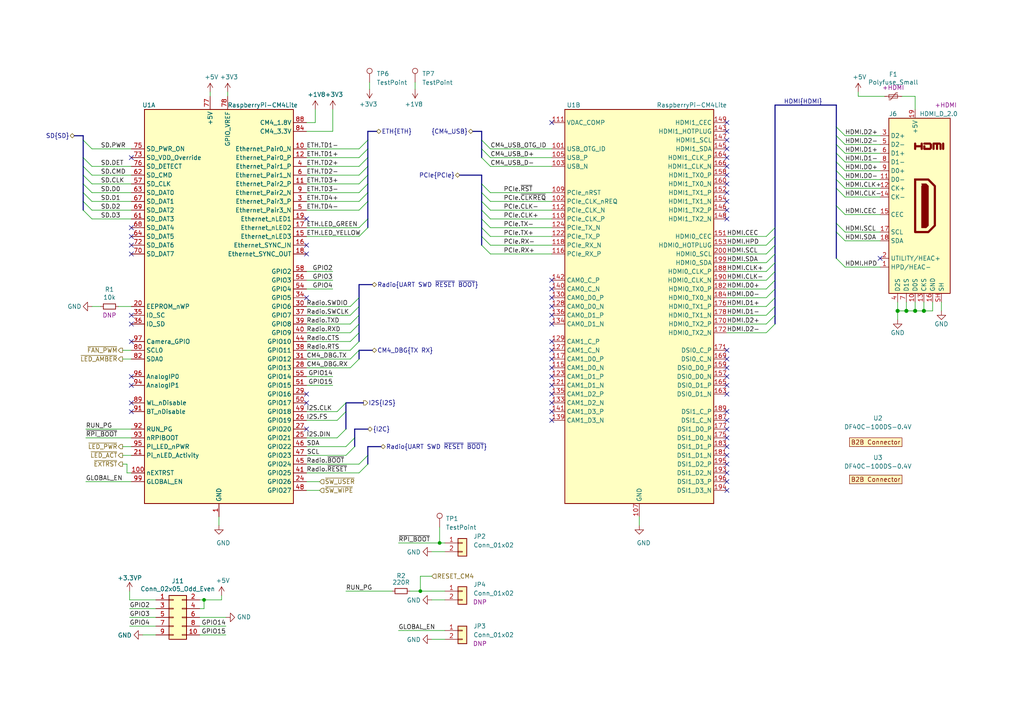
<source format=kicad_sch>
(kicad_sch (version 20211123) (generator eeschema)
  (paper "A4")
  (title_block (title "Compute Module 4") (date "2022-04-27") (rev "1.2b") (company "Nabu Casa") (comment 1 "www.nabucasa.com") (comment 2 "Yellow"))
  (bus_alias "PCIe" (members "~{RST}" "~{CLKREQ}" "CLK+" "CLK-" "TX+" "TX-" "RX+" "RX-"))
  (bus_alias "HDMI" (members "D0+" "D0-" "D1+" "D1-" "D2+" "D2-" "CLK+" "CLK-" "CEC" "HPD" "SDA" "SCL"))
  (bus_alias "UART" (members "TXD" "RXD" "CTS" "RTS"))
  (bus_alias "SD" (members "D[0..3]" "CMD" "CLK" "PWR" "DET"))
  (junction (at 121.92 171.45) (diameter 0.9144))
  (junction (at 59.182 173.99) (diameter 0.9144))
  (junction (at 127.508 157.48) (diameter 0.9144))
  (junction (at 267.97 90.17) (diameter 1.016))
  (junction (at 260.35 90.17) (diameter 1.016))
  (junction (at 265.43 90.17) (diameter 1.016))
  (junction (at 262.89 90.17) (diameter 1.016))
  (no_connect (at 255.27 74.93))
  (no_connect (at 210.82 43.18))
  (no_connect (at 38.1 68.58))
  (no_connect (at 38.1 71.12))
  (no_connect (at 160.02 83.82))
  (no_connect (at 160.02 81.28))
  (no_connect (at 38.1 45.72))
  (no_connect (at 38.1 111.76))
  (no_connect (at 160.02 116.84))
  (no_connect (at 160.02 114.3))
  (no_connect (at 160.02 88.9))
  (no_connect (at 88.9 124.46))
  (no_connect (at 160.02 121.92))
  (no_connect (at 210.82 114.3))
  (no_connect (at 210.82 38.1))
  (no_connect (at 160.02 91.44))
  (no_connect (at 210.82 60.96))
  (no_connect (at 210.82 109.22))
  (no_connect (at 160.02 104.14))
  (no_connect (at 210.82 45.72))
  (no_connect (at 88.9 71.12))
  (no_connect (at 210.82 40.64))
  (no_connect (at 210.82 35.56))
  (no_connect (at 210.82 137.16))
  (no_connect (at 38.1 119.38))
  (no_connect (at 210.82 127))
  (no_connect (at 210.82 134.62))
  (no_connect (at 210.82 139.7))
  (no_connect (at 210.82 129.54))
  (no_connect (at 210.82 50.8))
  (no_connect (at 160.02 119.38))
  (no_connect (at 38.1 109.22))
  (no_connect (at 160.02 99.06))
  (no_connect (at 38.1 93.98))
  (no_connect (at 210.82 63.5))
  (no_connect (at 160.02 86.36))
  (no_connect (at 210.82 132.08))
  (no_connect (at 210.82 58.42))
  (no_connect (at 160.02 101.6))
  (no_connect (at 88.9 86.36))
  (no_connect (at 210.82 101.6))
  (no_connect (at 210.82 119.38))
  (no_connect (at 210.82 121.92))
  (no_connect (at 210.82 55.88))
  (no_connect (at 88.9 63.5))
  (no_connect (at 88.9 73.66))
  (no_connect (at 38.1 73.66))
  (no_connect (at 160.02 106.68))
  (no_connect (at 38.1 116.84))
  (no_connect (at 210.82 104.14))
  (no_connect (at 210.82 111.76))
  (no_connect (at 210.82 53.34))
  (no_connect (at 160.02 35.56))
  (no_connect (at 210.82 48.26))
  (no_connect (at 38.1 91.44))
  (no_connect (at 210.82 124.46))
  (no_connect (at 160.02 111.76))
  (no_connect (at 38.1 66.04))
  (no_connect (at 160.02 93.98))
  (no_connect (at 210.82 106.68))
  (no_connect (at 88.9 114.3))
  (no_connect (at 88.9 116.84))
  (no_connect (at 38.1 99.06))
  (no_connect (at 160.02 109.22))
  (no_connect (at 210.82 142.24))
  (bus_entry (at 224.79 71.12) (size -2.54 2.54) (stroke (width 0.1524)))
  (bus_entry (at 104.14 86.36) (size -2.54 2.54) (stroke (width 0.1524)))
  (bus_entry (at 102.87 129.54) (size -2.54 2.54) (stroke (width 0.1524)))
  (bus_entry (at 242.57 74.93) (size 2.54 2.54) (stroke (width 0.1524)))
  (bus_entry (at 104.14 50.8) (size 2.54 -2.54) (stroke (width 0.1524)))
  (bus_entry (at 224.79 78.74) (size -2.54 2.54) (stroke (width 0.1524)))
  (bus_entry (at 100.33 119.38) (size -2.54 2.54) (stroke (width 0.1524)))
  (bus_entry (at 100.33 116.84) (size -2.54 2.54) (stroke (width 0.1524)))
  (bus_entry (at 139.7 53.34) (size 2.54 2.54) (stroke (width 0.1524)))
  (bus_entry (at 24.13 53.34) (size 2.54 2.54) (stroke (width 0.1524)))
  (bus_entry (at 104.14 93.98) (size -2.54 2.54) (stroke (width 0.1524)))
  (bus_entry (at 104.14 104.14) (size -2.54 2.54) (stroke (width 0.1524)))
  (bus_entry (at 139.7 71.12) (size 2.54 2.54) (stroke (width 0.1524)))
  (bus_entry (at 242.57 46.99) (size 2.54 2.54) (stroke (width 0.1524)))
  (bus_entry (at 104.14 53.34) (size 2.54 -2.54) (stroke (width 0.1524)))
  (bus_entry (at 242.57 59.69) (size 2.54 2.54) (stroke (width 0.1524)))
  (bus_entry (at 104.14 96.52) (size -2.54 2.54) (stroke (width 0.1524)))
  (bus_entry (at 24.13 58.42) (size 2.54 2.54) (stroke (width 0.1524)))
  (bus_entry (at 242.57 36.83) (size 2.54 2.54) (stroke (width 0.1524)))
  (bus_entry (at 242.57 52.07) (size 2.54 2.54) (stroke (width 0.1524)))
  (bus_entry (at 242.57 54.61) (size 2.54 2.54) (stroke (width 0.1524)))
  (bus_entry (at 139.7 68.58) (size 2.54 2.54) (stroke (width 0.1524)))
  (bus_entry (at 106.68 134.62) (size -2.54 2.54) (stroke (width 0.1524)))
  (bus_entry (at 104.14 91.44) (size -2.54 2.54) (stroke (width 0.1524)))
  (bus_entry (at 224.79 66.04) (size -2.54 2.54) (stroke (width 0.1524)))
  (bus_entry (at 242.57 41.91) (size 2.54 2.54) (stroke (width 0.1524)))
  (bus_entry (at 224.79 91.44) (size -2.54 2.54) (stroke (width 0.1524)))
  (bus_entry (at 24.13 50.8) (size 2.54 2.54) (stroke (width 0.1524)))
  (bus_entry (at 104.14 68.58) (size 2.54 -2.54) (stroke (width 0.1524)))
  (bus_entry (at 104.14 66.04) (size 2.54 -2.54) (stroke (width 0.1524)))
  (bus_entry (at 139.7 63.5) (size 2.54 2.54) (stroke (width 0.1524)))
  (bus_entry (at 104.14 48.26) (size 2.54 -2.54) (stroke (width 0.1524)))
  (bus_entry (at 104.14 60.96) (size 2.54 -2.54) (stroke (width 0.1524)))
  (bus_entry (at 224.79 93.98) (size -2.54 2.54) (stroke (width 0.1524)))
  (bus_entry (at 139.7 43.18) (size 2.54 2.54) (stroke (width 0.1524)))
  (bus_entry (at 242.57 67.31) (size 2.54 2.54) (stroke (width 0.1524)))
  (bus_entry (at 102.87 127) (size -2.54 2.54) (stroke (width 0.1524)))
  (bus_entry (at 104.14 101.6) (size -2.54 2.54) (stroke (width 0.1524)))
  (bus_entry (at 139.7 55.88) (size 2.54 2.54) (stroke (width 0.1524)))
  (bus_entry (at 104.14 58.42) (size 2.54 -2.54) (stroke (width 0.1524)))
  (bus_entry (at 139.7 40.64) (size 2.54 2.54) (stroke (width 0.1524)))
  (bus_entry (at 104.14 88.9) (size -2.54 2.54) (stroke (width 0.1524)))
  (bus_entry (at 104.14 43.18) (size 2.54 -2.54) (stroke (width 0.1524)))
  (bus_entry (at 24.13 60.96) (size 2.54 2.54) (stroke (width 0.1524)))
  (bus_entry (at 139.7 66.04) (size 2.54 2.54) (stroke (width 0.1524)))
  (bus_entry (at 106.68 132.08) (size -2.54 2.54) (stroke (width 0.1524)))
  (bus_entry (at 24.13 48.26) (size 2.54 2.54) (stroke (width 0.1524)))
  (bus_entry (at 224.79 86.36) (size -2.54 2.54) (stroke (width 0.1524)))
  (bus_entry (at 242.57 49.53) (size 2.54 2.54) (stroke (width 0.1524)))
  (bus_entry (at 24.13 40.64) (size 2.54 2.54) (stroke (width 0.1524)))
  (bus_entry (at 139.7 58.42) (size 2.54 2.54) (stroke (width 0.1524)))
  (bus_entry (at 104.14 45.72) (size 2.54 -2.54) (stroke (width 0.1524)))
  (bus_entry (at 242.57 44.45) (size 2.54 2.54) (stroke (width 0.1524)))
  (bus_entry (at 242.57 64.77) (size 2.54 2.54) (stroke (width 0.1524)))
  (bus_entry (at 100.33 124.46) (size -2.54 2.54) (stroke (width 0.1524)))
  (bus_entry (at 224.79 83.82) (size -2.54 2.54) (stroke (width 0.1524)))
  (bus_entry (at 242.57 39.37) (size 2.54 2.54) (stroke (width 0.1524)))
  (bus_entry (at 104.14 55.88) (size 2.54 -2.54) (stroke (width 0.1524)))
  (bus_entry (at 139.7 60.96) (size 2.54 2.54) (stroke (width 0.1524)))
  (bus_entry (at 24.13 55.88) (size 2.54 2.54) (stroke (width 0.1524)))
  (bus_entry (at 139.7 45.72) (size 2.54 2.54) (stroke (width 0.1524)))
  (bus_entry (at 224.79 73.66) (size -2.54 2.54) (stroke (width 0.1524)))
  (bus_entry (at 24.13 45.72) (size 2.54 2.54) (stroke (width 0.1524)))
  (bus_entry (at 224.79 68.58) (size -2.54 2.54) (stroke (width 0.1524)))
  (bus_entry (at 224.79 88.9) (size -2.54 2.54) (stroke (width 0.1524)))
  (bus_entry (at 104.14 99.06) (size -2.54 2.54) (stroke (width 0.1524)))
  (bus_entry (at 224.79 81.28) (size -2.54 2.54) (stroke (width 0.1524)))
  (bus_entry (at 224.79 76.2) (size -2.54 2.54) (stroke (width 0.1524)))
  (wire (pts (xy 88.9 127) (xy 97.79 127)))
  (wire (pts (xy 96.52 38.1) (xy 96.52 31.75)))
  (wire (pts (xy 245.11 77.47) (xy 255.27 77.47)))
  (wire (pts (xy 88.9 91.44) (xy 101.6 91.44)))
  (wire (pts (xy 210.82 83.82) (xy 222.25 83.82)))
  (bus (pts (xy 107.95 82.55) (xy 104.14 82.55)))
  (wire (pts (xy 256.54 27.94) (xy 248.92 27.94)))
  (wire (pts (xy 210.82 78.74) (xy 222.25 78.74)))
  (wire (pts (xy 26.67 55.88) (xy 38.1 55.88)))
  (bus (pts (xy 21.59 39.37) (xy 24.13 39.37)))
  (wire (pts (xy 142.24 48.26) (xy 160.02 48.26)))
  (wire (pts (xy 26.67 50.8) (xy 38.1 50.8)))
  (wire (pts (xy 88.9 53.34) (xy 104.14 53.34)))
  (wire (pts (xy 63.5 149.86) (xy 63.5 152.4)))
  (wire (pts (xy 142.24 60.96) (xy 160.02 60.96)))
  (wire (pts (xy 245.11 52.07) (xy 255.27 52.07)))
  (wire (pts (xy 265.43 27.94) (xy 261.62 27.94)))
  (wire (pts (xy 107.188 23.876) (xy 107.188 25.908)))
  (wire (pts (xy 245.11 62.23) (xy 255.27 62.23)))
  (wire (pts (xy 60.96 26.67) (xy 60.96 27.94)))
  (wire (pts (xy 88.9 88.9) (xy 101.6 88.9)))
  (wire (pts (xy 88.9 35.56) (xy 91.44 35.56)))
  (wire (pts (xy 210.82 73.66) (xy 222.25 73.66)))
  (wire (pts (xy 142.24 45.72) (xy 160.02 45.72)))
  (wire (pts (xy 26.67 43.18) (xy 38.1 43.18)))
  (wire (pts (xy 35.56 129.54) (xy 38.1 129.54)))
  (wire (pts (xy 26.67 60.96) (xy 38.1 60.96)))
  (wire (pts (xy 248.92 27.94) (xy 248.92 26.67)))
  (wire (pts (xy 88.9 55.88) (xy 104.14 55.88)))
  (wire (pts (xy 245.11 49.53) (xy 255.27 49.53)))
  (wire (pts (xy 121.92 167.132) (xy 121.92 171.45)))
  (wire (pts (xy 125.222 167.132) (xy 121.92 167.132)))
  (wire (pts (xy 88.9 106.68) (xy 101.6 106.68)))
  (wire (pts (xy 88.9 93.98) (xy 101.6 93.98)))
  (bus (pts (xy 104.14 101.6) (xy 107.95 101.6)))
  (wire (pts (xy 245.11 69.85) (xy 255.27 69.85)))
  (wire (pts (xy 88.9 119.38) (xy 97.79 119.38)))
  (wire (pts (xy 210.82 68.58) (xy 222.25 68.58)))
  (wire (pts (xy 59.182 173.99) (xy 64.262 173.99)))
  (wire (pts (xy 64.262 173.99) (xy 64.262 172.72)))
  (bus (pts (xy 242.57 30.48) (xy 224.79 30.48)))
  (wire (pts (xy 210.82 86.36) (xy 222.25 86.36)))
  (wire (pts (xy 96.52 83.82) (xy 88.9 83.82)))
  (wire (pts (xy 88.9 111.76) (xy 96.52 111.76)))
  (wire (pts (xy 88.9 137.16) (xy 104.14 137.16)))
  (wire (pts (xy 88.9 45.72) (xy 104.14 45.72)))
  (wire (pts (xy 88.9 101.6) (xy 101.6 101.6)))
  (wire (pts (xy 245.11 57.15) (xy 255.27 57.15)))
  (wire (pts (xy 210.82 81.28) (xy 222.25 81.28)))
  (wire (pts (xy 57.912 184.15) (xy 65.532 184.15)))
  (wire (pts (xy 260.35 90.17) (xy 260.35 92.71)))
  (wire (pts (xy 88.9 48.26) (xy 104.14 48.26)))
  (wire (pts (xy 265.43 90.17) (xy 265.43 87.63)))
  (wire (pts (xy 24.892 124.46) (xy 38.1 124.46)))
  (wire (pts (xy 118.872 171.45) (xy 121.92 171.45)))
  (wire (pts (xy 121.92 171.45) (xy 129.032 171.45)))
  (bus (pts (xy 137.16 38.1) (xy 139.7 38.1)))
  (wire (pts (xy 88.9 139.7) (xy 92.71 139.7)))
  (wire (pts (xy 273.05 90.17) (xy 273.05 87.63)))
  (wire (pts (xy 96.52 81.28) (xy 88.9 81.28)))
  (wire (pts (xy 45.212 173.99) (xy 37.592 173.99)))
  (wire (pts (xy 88.9 132.08) (xy 100.33 132.08)))
  (wire (pts (xy 26.67 63.5) (xy 38.1 63.5)))
  (bus (pts (xy 106.68 124.46) (xy 102.87 124.46)))
  (wire (pts (xy 127.508 157.48) (xy 129.032 157.48)))
  (wire (pts (xy 115.57 157.48) (xy 127.508 157.48)))
  (wire (pts (xy 26.67 88.9) (xy 29.21 88.9)))
  (bus (pts (xy 105.41 116.84) (xy 100.33 116.84)))
  (wire (pts (xy 88.9 50.8) (xy 104.14 50.8)))
  (wire (pts (xy 37.592 173.99) (xy 37.592 171.45)))
  (wire (pts (xy 88.9 134.62) (xy 104.14 134.62)))
  (wire (pts (xy 267.97 90.17) (xy 270.51 90.17)))
  (wire (pts (xy 142.24 63.5) (xy 160.02 63.5)))
  (wire (pts (xy 142.24 66.04) (xy 160.02 66.04)))
  (wire (pts (xy 96.52 78.74) (xy 88.9 78.74)))
  (wire (pts (xy 57.912 173.99) (xy 59.182 173.99)))
  (wire (pts (xy 120.396 23.876) (xy 120.396 25.908)))
  (bus (pts (xy 100.33 119.38) (xy 100.33 124.46)))
  (bus (pts (xy 100.33 116.84) (xy 100.33 119.38)))
  (wire (pts (xy 37.592 181.61) (xy 45.212 181.61)))
  (wire (pts (xy 34.29 88.9) (xy 38.1 88.9)))
  (wire (pts (xy 88.9 43.18) (xy 104.14 43.18)))
  (wire (pts (xy 41.402 184.15) (xy 45.212 184.15)))
  (wire (pts (xy 24.892 127) (xy 38.1 127)))
  (wire (pts (xy 245.11 67.31) (xy 255.27 67.31)))
  (bus (pts (xy 139.7 38.1) (xy 139.7 40.64)))
  (bus (pts (xy 139.7 40.64) (xy 139.7 43.18)))
  (bus (pts (xy 139.7 43.18) (xy 139.7 45.72)))
  (wire (pts (xy 245.11 54.61) (xy 255.27 54.61)))
  (wire (pts (xy 88.9 99.06) (xy 101.6 99.06)))
  (bus (pts (xy 106.68 45.72) (xy 106.68 48.26)))
  (bus (pts (xy 106.68 48.26) (xy 106.68 50.8)))
  (bus (pts (xy 106.68 50.8) (xy 106.68 53.34)))
  (bus (pts (xy 106.68 58.42) (xy 106.68 63.5)))
  (bus (pts (xy 106.68 63.5) (xy 106.68 66.04)))
  (bus (pts (xy 106.68 53.34) (xy 106.68 55.88)))
  (bus (pts (xy 106.68 55.88) (xy 106.68 58.42)))
  (bus (pts (xy 106.68 38.1) (xy 106.68 40.64)))
  (bus (pts (xy 106.68 40.64) (xy 106.68 43.18)))
  (bus (pts (xy 106.68 43.18) (xy 106.68 45.72)))
  (wire (pts (xy 260.35 90.17) (xy 262.89 90.17)))
  (wire (pts (xy 267.97 90.17) (xy 267.97 87.63)))
  (wire (pts (xy 142.24 71.12) (xy 160.02 71.12)))
  (wire (pts (xy 57.912 176.53) (xy 59.182 176.53)))
  (wire (pts (xy 35.56 132.08) (xy 38.1 132.08)))
  (wire (pts (xy 142.24 43.18) (xy 160.02 43.18)))
  (wire (pts (xy 88.9 142.24) (xy 92.71 142.24)))
  (wire (pts (xy 265.43 31.75) (xy 265.43 27.94)))
  (wire (pts (xy 88.9 38.1) (xy 96.52 38.1)))
  (bus (pts (xy 110.49 129.54) (xy 106.68 129.54)))
  (wire (pts (xy 210.82 91.44) (xy 222.25 91.44)))
  (bus (pts (xy 104.14 104.14) (xy 104.14 101.6)))
  (wire (pts (xy 115.57 182.88) (xy 129.032 182.88)))
  (wire (pts (xy 210.82 96.52) (xy 222.25 96.52)))
  (wire (pts (xy 88.9 129.54) (xy 100.33 129.54)))
  (wire (pts (xy 127.508 152.908) (xy 127.508 157.48)))
  (wire (pts (xy 210.82 76.2) (xy 222.25 76.2)))
  (wire (pts (xy 88.9 60.96) (xy 104.14 60.96)))
  (bus (pts (xy 106.68 38.1) (xy 109.22 38.1)))
  (wire (pts (xy 26.67 58.42) (xy 38.1 58.42)))
  (wire (pts (xy 88.9 104.14) (xy 101.6 104.14)))
  (wire (pts (xy 142.24 58.42) (xy 160.02 58.42)))
  (wire (pts (xy 88.9 66.04) (xy 104.14 66.04)))
  (wire (pts (xy 57.912 181.61) (xy 65.532 181.61)))
  (bus (pts (xy 24.13 53.34) (xy 24.13 55.88)))
  (bus (pts (xy 24.13 55.88) (xy 24.13 58.42)))
  (bus (pts (xy 24.13 58.42) (xy 24.13 60.96)))
  (bus (pts (xy 24.13 48.26) (xy 24.13 50.8)))
  (bus (pts (xy 24.13 50.8) (xy 24.13 53.34)))
  (bus (pts (xy 24.13 39.37) (xy 24.13 40.64)))
  (bus (pts (xy 24.13 40.64) (xy 24.13 45.72)))
  (bus (pts (xy 24.13 45.72) (xy 24.13 48.26)))
  (bus (pts (xy 224.79 86.36) (xy 224.79 88.9)))
  (bus (pts (xy 224.79 88.9) (xy 224.79 91.44)))
  (bus (pts (xy 224.79 91.44) (xy 224.79 93.98)))
  (bus (pts (xy 224.79 30.48) (xy 224.79 66.04)))
  (bus (pts (xy 224.79 68.58) (xy 224.79 71.12)))
  (bus (pts (xy 224.79 71.12) (xy 224.79 73.66)))
  (bus (pts (xy 224.79 73.66) (xy 224.79 76.2)))
  (bus (pts (xy 224.79 76.2) (xy 224.79 78.74)))
  (bus (pts (xy 224.79 83.82) (xy 224.79 86.36)))
  (bus (pts (xy 224.79 78.74) (xy 224.79 81.28)))
  (bus (pts (xy 224.79 81.28) (xy 224.79 83.82)))
  (bus (pts (xy 224.79 66.04) (xy 224.79 68.58)))
  (wire (pts (xy 142.24 73.66) (xy 160.02 73.66)))
  (wire (pts (xy 26.67 53.34) (xy 38.1 53.34)))
  (wire (pts (xy 37.592 176.53) (xy 45.212 176.53)))
  (bus (pts (xy 139.7 60.96) (xy 139.7 63.5)))
  (bus (pts (xy 139.7 63.5) (xy 139.7 66.04)))
  (bus (pts (xy 139.7 58.42) (xy 139.7 60.96)))
  (bus (pts (xy 139.7 68.58) (xy 139.7 71.12)))
  (bus (pts (xy 139.7 66.04) (xy 139.7 68.58)))
  (bus (pts (xy 139.7 50.8) (xy 139.7 53.34)))
  (bus (pts (xy 139.7 53.34) (xy 139.7 55.88)))
  (bus (pts (xy 139.7 55.88) (xy 139.7 58.42)))
  (wire (pts (xy 245.11 44.45) (xy 255.27 44.45)))
  (wire (pts (xy 125.222 160.02) (xy 129.032 160.02)))
  (wire (pts (xy 100.33 171.45) (xy 113.792 171.45)))
  (wire (pts (xy 24.892 139.7) (xy 38.1 139.7)))
  (wire (pts (xy 59.182 176.53) (xy 59.182 173.99)))
  (wire (pts (xy 210.82 88.9) (xy 222.25 88.9)))
  (wire (pts (xy 245.11 41.91) (xy 255.27 41.91)))
  (bus (pts (xy 133.35 50.8) (xy 139.7 50.8)))
  (wire (pts (xy 66.04 26.67) (xy 66.04 27.94)))
  (wire (pts (xy 91.44 35.56) (xy 91.44 31.75)))
  (wire (pts (xy 35.56 101.6) (xy 38.1 101.6)))
  (wire (pts (xy 185.42 149.86) (xy 185.42 152.4)))
  (wire (pts (xy 125.222 185.42) (xy 129.032 185.42)))
  (wire (pts (xy 57.912 179.07) (xy 65.532 179.07)))
  (wire (pts (xy 37.592 179.07) (xy 45.212 179.07)))
  (wire (pts (xy 262.89 90.17) (xy 265.43 90.17)))
  (wire (pts (xy 88.9 58.42) (xy 104.14 58.42)))
  (wire (pts (xy 270.51 90.17) (xy 270.51 87.63)))
  (wire (pts (xy 35.56 104.14) (xy 38.1 104.14)))
  (wire (pts (xy 88.9 96.52) (xy 101.6 96.52)))
  (wire (pts (xy 88.9 68.58) (xy 104.14 68.58)))
  (wire (pts (xy 142.24 55.88) (xy 160.02 55.88)))
  (bus (pts (xy 106.68 129.54) (xy 106.68 132.08)))
  (bus (pts (xy 106.68 132.08) (xy 106.68 134.62)))
  (wire (pts (xy 88.9 121.92) (xy 97.79 121.92)))
  (wire (pts (xy 26.67 48.26) (xy 38.1 48.26)))
  (wire (pts (xy 245.11 39.37) (xy 255.27 39.37)))
  (wire (pts (xy 142.24 68.58) (xy 160.02 68.58)))
  (bus (pts (xy 242.57 49.53) (xy 242.57 52.07)))
  (bus (pts (xy 242.57 52.07) (xy 242.57 54.61)))
  (bus (pts (xy 242.57 54.61) (xy 242.57 59.69)))
  (bus (pts (xy 242.57 59.69) (xy 242.57 64.77)))
  (bus (pts (xy 242.57 64.77) (xy 242.57 67.31)))
  (bus (pts (xy 242.57 67.31) (xy 242.57 74.93)))
  (bus (pts (xy 242.57 44.45) (xy 242.57 46.99)))
  (bus (pts (xy 242.57 46.99) (xy 242.57 49.53)))
  (bus (pts (xy 242.57 41.91) (xy 242.57 44.45)))
  (bus (pts (xy 242.57 30.48) (xy 242.57 36.83)))
  (bus (pts (xy 242.57 36.83) (xy 242.57 39.37)))
  (bus (pts (xy 242.57 39.37) (xy 242.57 41.91)))
  (wire (pts (xy 260.35 87.63) (xy 260.35 90.17)))
  (wire (pts (xy 36.83 134.62) (xy 35.56 134.62)))
  (wire (pts (xy 36.83 137.16) (xy 36.83 134.62)))
  (wire (pts (xy 38.1 137.16) (xy 36.83 137.16)))
  (wire (pts (xy 125.222 173.99) (xy 129.032 173.99)))
  (wire (pts (xy 210.82 71.12) (xy 222.25 71.12)))
  (wire (pts (xy 88.9 109.22) (xy 96.52 109.22)))
  (wire (pts (xy 210.82 93.98) (xy 222.25 93.98)))
  (bus (pts (xy 104.14 96.52) (xy 104.14 99.06)))
  (bus (pts (xy 104.14 93.98) (xy 104.14 96.52)))
  (bus (pts (xy 104.14 82.55) (xy 104.14 86.36)))
  (bus (pts (xy 104.14 86.36) (xy 104.14 88.9)))
  (bus (pts (xy 104.14 88.9) (xy 104.14 91.44)))
  (bus (pts (xy 104.14 91.44) (xy 104.14 93.98)))
  (wire (pts (xy 265.43 90.17) (xy 267.97 90.17)))
  (wire (pts (xy 245.11 46.99) (xy 255.27 46.99)))
  (bus (pts (xy 102.87 124.46) (xy 102.87 127)))
  (bus (pts (xy 102.87 127) (xy 102.87 129.54)))
  (wire (pts (xy 262.89 90.17) (xy 262.89 87.63)))
  (label "HDMI.D1-" (at 245.11 46.99 0))
  (label "GLOBAL_EN" (at 115.57 182.88 0))
  (label "ETH.TD3-" (at 88.9 55.88 0))
  (label "HDMI.SDA" (at 210.82 76.2 0))
  (label "SD.D1" (at 29.21 58.42 0))
  (label "GPIO15" (at 65.532 184.15 180))
  (label "CM4_DBG.RX" (at 88.9 106.68 0))
  (label "Radio.CTS" (at 88.9 99.06 0))
  (label "Radio.RTS" (at 88.9 101.6 0))
  (label "SD.DET" (at 29.21 48.26 0))
  (label "I2S.DIN" (at 88.9 127 0))
  (label "RUN_PG" (at 24.892 124.46 0))
  (label "HDMI.CLK+" (at 245.11 54.61 0))
  (label "ETH.TD4+" (at 88.9 58.42 0))
  (label "HDMI.HPD" (at 245.11 77.47 0))
  (label "~{RPI_BOOT}" (at 24.892 127 0))
  (label "ETH.TD1+" (at 88.9 45.72 0))
  (label "HDMI.CLK+" (at 210.82 78.74 0))
  (label "ETH.TD1-" (at 88.9 43.18 0))
  (label "HDMI.D2-" (at 210.82 96.52 0))
  (label "ETH.TD2+" (at 88.9 48.26 0))
  (label "Radio.TXD" (at 88.9 93.98 0))
  (label "GPIO3" (at 37.592 179.07 0))
  (label "ETH.LED_GREEN" (at 88.9 66.04 0))
  (label "~{RPI_BOOT}" (at 115.57 157.48 0))
  (label "ETH.TD4-" (at 88.9 60.96 0))
  (label "SD.PWR" (at 29.21 43.18 0))
  (label "SD.D0" (at 29.21 55.88 0))
  (label "HDMI.CLK-" (at 210.82 81.28 0))
  (label "HDMI.D1+" (at 210.82 88.9 0))
  (label "Radio.SWDIO" (at 88.9 88.9 0))
  (label "GLOBAL_EN" (at 24.892 139.7 0))
  (label "SCL" (at 92.71 132.08 180))
  (label "SD.D2" (at 29.21 60.96 0))
  (label "HDMI.D2+" (at 210.82 93.98 0))
  (label "HDMI.CLK-" (at 245.11 57.15 0))
  (label "HDMI.SDA" (at 245.11 69.85 0))
  (label "PCIe.~{CLKREQ}" (at 146.05 58.42 0))
  (label "GPIO3" (at 96.52 81.28 180))
  (label "Radio.RXD" (at 88.9 96.52 0))
  (label "HDMI.D2+" (at 245.11 39.37 0))
  (label "HDMI.D0-" (at 245.11 52.07 0))
  (label "ETH.LED_YELLOW" (at 88.9 68.58 0))
  (label "PCIe.RX-" (at 146.05 71.12 0))
  (label "GPIO2" (at 37.592 176.53 0))
  (label "GPIO4" (at 96.52 83.82 180))
  (label "SD.D3" (at 29.21 63.5 0))
  (label "SD.CMD" (at 29.21 50.8 0))
  (label "HDMI.D0-" (at 210.82 86.36 0))
  (label "HDMI{HDMI}" (at 227.33 30.48 0))
  (label "HDMI.SCL" (at 210.82 73.66 0))
  (label "PCIe.CLK+" (at 146.05 63.5 0))
  (label "Radio.SWCLK" (at 88.9 91.44 0))
  (label "HDMI.HPD" (at 210.82 71.12 0))
  (label "GPIO4" (at 37.592 181.61 0))
  (label "HDMI.D0+" (at 210.82 83.82 0))
  (label "SD.CLK" (at 29.21 53.34 0))
  (label "HDMI.CEC" (at 245.11 62.23 0))
  (label "HDMI.D0+" (at 245.11 49.53 0))
  (label "PCIe.~{RST}" (at 146.05 55.88 0))
  (label "CM4_USB_D+" (at 142.24 45.72 0))
  (label "Radio.~{RESET}" (at 88.9 137.16 0))
  (label "RUN_PG" (at 100.33 171.45 0))
  (label "PCIe.TX+" (at 146.05 68.58 0))
  (label "I2S.CLK" (at 88.9 119.38 0))
  (label "CM4_DBG.TX" (at 88.9 104.14 0))
  (label "GPIO14" (at 65.532 181.61 180))
  (label "CM4_USB_OTG_ID" (at 142.24 43.18 0))
  (label "HDMI.CEC" (at 210.82 68.58 0))
  (label "PCIe.TX-" (at 146.05 66.04 0))
  (label "SDA" (at 92.71 129.54 180))
  (label "GPIO14" (at 96.52 109.22 180))
  (label "HDMI.D1-" (at 210.82 91.44 0))
  (label "PCIe.RX+" (at 146.05 73.66 0))
  (label "PCIe.CLK-" (at 146.05 60.96 0))
  (label "HDMI.D1+" (at 245.11 44.45 0))
  (label "HDMI.D2-" (at 245.11 41.91 0))
  (label "ETH.TD2-" (at 88.9 50.8 0))
  (label "CM4_USB_D-" (at 142.24 48.26 0))
  (label "GPIO15" (at 96.52 111.76 180))
  (label "GPIO2" (at 96.52 78.74 180))
  (label "ETH.TD3+" (at 88.9 53.34 0))
  (label "I2S.FS" (at 88.9 121.92 0))
  (label "HDMI.SCL" (at 245.11 67.31 0))
  (label "Radio.~{BOOT}" (at 88.9 134.62 0))
  (hierarchical_label "RESET_CM4" (shape input) (at 125.222 167.132 0))
  (hierarchical_label "Radio{UART SWD ~{RESET} ~{BOOT}}" (shape bidirectional) (at 107.95 82.55 0))
  (hierarchical_label "Radio{UART SWD ~{RESET} ~{BOOT}}" (shape bidirectional) (at 110.49 129.54 0))
  (hierarchical_label "PCIe{PCIe}" (shape bidirectional) (at 133.35 50.8 180))
  (hierarchical_label "I2S{I2S}" (shape output) (at 105.41 116.84 0))
  (hierarchical_label "ETH{ETH}" (shape bidirectional) (at 109.22 38.1 0))
  (hierarchical_label "~{EXTRST}" (shape output) (at 35.56 134.62 180))
  (hierarchical_label "~{SW_USER}" (shape input) (at 92.71 139.7 0))
  (hierarchical_label "{CM4_USB}" (shape bidirectional) (at 137.16 38.1 180))
  (hierarchical_label "~{LED_ACT}" (shape output) (at 35.56 132.08 180))
  (hierarchical_label "~{LED_AMBER}" (shape output) (at 35.56 104.14 180))
  (hierarchical_label "CM4_DBG{TX RX}" (shape bidirectional) (at 107.95 101.6 0))
  (hierarchical_label "~{LED_PWR}" (shape output) (at 35.56 129.54 180))
  (hierarchical_label "SD{SD}" (shape bidirectional) (at 21.59 39.37 180))
  (hierarchical_label "{I2C}" (shape bidirectional) (at 106.68 124.46 0))
  (hierarchical_label "~{FAN_PWM}" (shape output) (at 35.56 101.6 180))
  (hierarchical_label "~{SW_WIPE}" (shape input) (at 92.71 142.24 0))
  (symbol (lib_id "power:+1V8") (at 120.396 25.908 180) (unit 1)
    (property "Reference" "#PWR0202" (effects hide))
    (property "Value" "+1V8" (at 120.0277 30.2324 0))
  )
  (symbol (lib_id "power:GND") (at 185.42 152.4 0) (unit 1)
    (property "Reference" "#PWR014" (effects hide))
    (property "Value" "GND" (at 186.69 157.48 0))
  )
  (symbol (lib_id "Device:Polyfuse_Small") (at 259.08 27.94 90) (unit 1)
    (property "Reference" "F1" (at 259.08 21.5708 90))
    (property "Value" "Polyfuse_Small" (at 259.08 23.8695 90))
    (property "Footprint" "Fuse:Fuse_1206_3216Metric" (effects hide))
    (property "Config" "+HDMI" (at 259.08 25.4 90))
    (property "Manufacturer" "Bel Fuse" (effects hide))
    (property "PartNumber" "0ZCJ0010FF2E" (effects hide))
  )
  (symbol (lib_id "Connector_Generic:Conn_02x05_Odd_Even") (at 50.292 179.07 0) (unit 1)
    (property "Reference" "J11" (at 51.562 168.5098 0))
    (property "Value" "Conn_02x05_Odd_Even" (at 51.562 170.8085 0))
    (property "Footprint" "Connector_PinHeader_2.54mm:PinHeader_2x05_P2.54mm_Vertical" (effects hide))
    (property "Manufacturer" "Adam Tech" (effects hide))
    (property "PartNumber" "PH2-10-UA" (effects hide))
  )
  (symbol (lib_id "power:GND") (at 125.222 160.02 270) (unit 1)
    (property "Reference" "#PWR011" (effects hide))
    (property "Value" "GND" (at 122.047 160.1343 90) (effects (justify right)))
  )
  (symbol (lib_id "power:+3V3") (at 96.52 31.75 0) (unit 1)
    (property "Reference" "#PWR010" (effects hide))
    (property "Value" "+3V3" (at 96.8883 27.4256 0))
  )
  (symbol (lib_id "Yellow:DF40C-100DS-0.4V(51)") (at 254 128.27 0) (unit 1)
    (property "Reference" "U2" (at 254.635 121.285 0))
    (property "Value" "DF40C-100DS-0.4V" (at 254.635 123.825 0))
    (property "Footprint" "Yellow:Hirose_DF40_DF40C-100DS-0.4V_2x50_P0.40mm_Vertical_Virtual" (effects hide))
    (property "Datasheet" "https://www.hirose.com/product/download/?distributor=digikey&type=specSheet&lang=en&num=DF40C-100DS-0.4V(51)" (effects hide))
    (property "Manufacturer" "Hirose Electric" (effects hide))
    (property "PartNumber" "DF40C-100DS-0.4V(51)" (effects hide))
  )
  (symbol (lib_id "power:+3.3VP") (at 37.592 171.45 0) (unit 1)
    (property "Reference" "#PWR0115" (effects hide))
    (property "Value" "+3.3VP" (at 34.036 167.64 0) (effects (justify left)))
  )
  (symbol (lib_id "power:GND") (at 65.532 179.07 90) (unit 1)
    (property "Reference" "#PWR07" (effects hide))
    (property "Value" "GND" (at 68.7071 178.9557 90) (effects (justify right)))
  )
  (symbol (lib_id "power:+3V3") (at 66.04 26.67 0) (unit 1)
    (property "Reference" "#PWR08" (effects hide))
    (property "Value" "+3V3" (at 66.4083 22.3456 0))
  )
  (symbol (lib_id "Connector_Generic:Conn_01x02") (at 134.112 171.45 0) (unit 1)
    (property "Reference" "JP4" (at 137.287 169.5449 0) (effects (justify left)))
    (property "Value" "Conn_01x02" (at 137.287 172.0849 0) (effects (justify left)))
    (property "Footprint" "Connector_PinHeader_2.54mm:PinHeader_1x02_P2.54mm_Vertical" (effects hide))
    (property "Config" "DNP" (at 139.192 174.625 0))
    (property "Manufacturer" "Adam Tech" (effects hide))
    (property "PartNumber" "PH1-02-UA" (effects hide))
  )
  (symbol (lib_id "power:+3V3") (at 107.188 25.908 180) (unit 1)
    (property "Reference" "#PWR0201" (effects hide))
    (property "Value" "+3V3" (at 106.8197 30.2324 0))
  )
  (symbol (lib_id "Connector:TestPoint") (at 107.188 23.876 0) (unit 1) (in_bom no)
    (property "Reference" "TP6" (at 109.22 21.3994 0) (effects (justify left)))
    (property "Value" "TestPoint" (at 109.22 23.9394 0) (effects (justify left)))
    (property "Footprint" "TestPoint:TestPoint_Pad_D1.0mm" (effects hide))
  )
  (symbol (lib_id "power:+5V") (at 248.92 26.67 0) (unit 1)
    (property "Reference" "#PWR015" (effects hide))
    (property "Value" "+5V" (at 249.2883 22.3456 0))
  )
  (symbol (lib_id "Yellow:DF40C-100DS-0.4V(51)") (at 254 139.065 0) (unit 1)
    (property "Reference" "U3" (at 254.635 132.715 0))
    (property "Value" "DF40C-100DS-0.4V" (at 254.635 135.255 0))
    (property "Footprint" "Yellow:Hirose_DF40_DF40C-100DS-0.4V_2x50_P0.40mm_Vertical_Virtual" (effects hide))
    (property "Datasheet" "https://www.hirose.com/product/download/?distributor=digikey&type=specSheet&lang=en&num=DF40C-100DS-0.4V(51)" (effects hide))
    (property "Manufacturer" "Hirose Electric" (effects hide))
    (property "PartNumber" "DF40C-100DS-0.4V(51)" (effects hide))
  )
  (symbol (lib_id "power:GND") (at 125.222 185.42 270) (unit 1)
    (property "Reference" "#PWR013" (effects hide))
    (property "Value" "GND" (at 122.047 185.5343 90) (effects (justify right)))
  )
  (symbol (lib_id "Connector_Generic:Conn_01x02") (at 134.112 182.88 0) (unit 1)
    (property "Reference" "JP3" (at 137.287 181.6099 0) (effects (justify left)))
    (property "Value" "Conn_01x02" (at 137.287 184.1499 0) (effects (justify left)))
    (property "Footprint" "Connector_PinHeader_2.54mm:PinHeader_1x02_P2.54mm_Vertical" (effects hide))
    (property "Config" "DNP" (at 139.192 186.69 0))
    (property "Manufacturer" "Adam Tech" (effects hide))
    (property "PartNumber" "PH1-02-UA" (effects hide))
  )
  (symbol (lib_id "power:GND") (at 41.402 184.15 270) (unit 1)
    (property "Reference" "#PWR03" (effects hide))
    (property "Value" "GND" (at 38.227 184.2643 90) (effects (justify right)))
  )
  (symbol (lib_id "Device:R_Small") (at 116.332 171.45 90) (unit 1)
    (property "Reference" "R2" (at 116.332 167.005 90))
    (property "Value" "220R" (at 116.332 168.91 90))
    (property "Footprint" "Resistor_SMD:R_0402_1005Metric" (effects hide))
  )
  (symbol (lib_id "power:+1V8") (at 91.44 31.75 0) (unit 1)
    (property "Reference" "#PWR09" (effects hide))
    (property "Value" "+1V8" (at 91.8083 27.4256 0))
  )
  (symbol (lib_id "power:GND") (at 63.5 152.4 0) (unit 1)
    (property "Reference" "#PWR05" (effects hide))
    (property "Value" "GND" (at 64.77 157.48 0))
  )
  (symbol (lib_id "power:GND") (at 273.05 90.17 0) (unit 1)
    (property "Reference" "#PWR0172" (effects hide))
    (property "Value" "GND" (at 273.05 93.98 0))
  )
  (symbol (lib_id "power:GND") (at 260.35 92.71 0) (unit 1)
    (property "Reference" "#PWR016" (effects hide))
    (property "Value" "GND" (at 260.35 96.52 0))
  )
  (symbol (lib_id "Connector:TestPoint") (at 120.396 23.876 0) (unit 1) (in_bom no)
    (property "Reference" "TP7" (at 122.428 21.3994 0) (effects (justify left)))
    (property "Value" "TestPoint" (at 122.428 23.9394 0) (effects (justify left)))
    (property "Footprint" "TestPoint:TestPoint_Pad_D1.0mm" (effects hide))
  )
  (symbol (lib_id "power:+5V") (at 60.96 26.67 0) (unit 1)
    (property "Reference" "#PWR04" (effects hide))
    (property "Value" "+5V" (at 61.3283 22.3456 0))
  )
  (symbol (lib_id "power:+5V") (at 64.262 172.72 0) (unit 1)
    (property "Reference" "#PWR06" (effects hide))
    (property "Value" "+5V" (at 64.6303 168.3956 0))
  )
  (symbol (lib_id "Yellow:RaspberryPi-CM4Lite") (at 63.5 88.9 0) (unit 1) (in_bom no)
    (property "Reference" "U1" (at 43.18 30.48 0))
    (property "Value" "RaspberryPi-CM4Lite" (at 76.2 30.48 0))
    (property "Footprint" "Yellow:RaspberryPi-CM4" (effects hide))
    (property "Manufacturer" "Raspberry Pi Foundation" (effects hide))
    (property "PartNumber" "CM4002016" (effects hide))
    (pin "76" (alternate "SD_DETECT"))
  )
  (symbol (lib_id "Connector:TestPoint") (at 127.508 152.908 0) (unit 1) (in_bom no)
    (property "Reference" "TP1" (at 129.286 150.4314 0) (effects (justify left)))
    (property "Value" "TestPoint" (at 129.286 152.9714 0) (effects (justify left)))
    (property "Footprint" "TestPoint:TestPoint_Pad_D1.0mm" (effects hide))
  )
  (symbol (lib_id "power:GND") (at 26.67 88.9 270) (unit 1)
    (property "Reference" "#PWR01" (effects hide))
    (property "Value" "GND" (at 21.59 88.9 90))
  )
  (symbol (lib_id "power:GND") (at 125.222 173.99 270) (unit 1)
    (property "Reference" "#PWR012" (effects hide))
    (property "Value" "GND" (at 122.047 174.1043 90) (effects (justify right)))
  )
  (symbol (lib_name "Yellow:RaspberryPi-CM4Lite_1") (lib_id "Yellow:RaspberryPi-CM4Lite") (at 185.42 88.9 0) (unit 2) (in_bom no)
    (property "Reference" "U1" (at 166.37 30.48 0))
    (property "Value" "RaspberryPi-CM4Lite" (at 200.66 30.48 0))
    (property "Footprint" "Yellow:RaspberryPi-CM4" (effects hide))
    (property "Manufacturer" "Raspberry Pi Foundation" (effects hide))
    (property "PartNumber" "CM4002016" (effects hide))
  )
  (symbol (lib_id "Connector_Generic:Conn_01x02") (at 134.112 157.48 0) (unit 1)
    (property "Reference" "JP2" (at 137.287 155.5749 0) (effects (justify left)))
    (property "Value" "Conn_01x02" (at 137.287 158.1149 0) (effects (justify left)))
    (property "Footprint" "Connector_PinHeader_2.54mm:PinHeader_1x02_P2.54mm_Vertical" (effects hide))
    (property "Manufacturer" "Adam Tech" (effects hide))
    (property "PartNumber" "PH1-02-UA" (effects hide))
  )
  (symbol (lib_id "Device:R_Small") (at 31.75 88.9 90) (unit 1)
    (property "Reference" "R1" (at 31.75 83.9532 90))
    (property "Value" "10k" (at 31.75 86.252 90))
    (property "Footprint" "Resistor_SMD:R_0402_1005Metric" (effects hide))
    (property "Config" "DNP" (at 31.75 91.44 90))
  )
  (symbol (lib_id "Connector:HDMI_D_1.4") (at 265.43 59.69 0) (unit 1)
    (property "Reference" "J6" (at 257.81 33.02 0) (effects (justify left)))
    (property "Value" "HDMI_D_2.0" (at 266.7 33.02 0) (effects (justify left)))
    (property "Footprint" "Connector_HDMI:HDMI_Micro-D_Molex_46765-1x01" (effects hide))
    (property "Datasheet" "http://pinoutguide.com/PortableDevices/micro_hdmi_type_d_pinout.shtml" (effects hide))
    (property "Config" "+HDMI" (at 274.32 30.48 0))
    (property "Manufacturer" "Molex" (effects hide))
    (property "PartNumber" "0467651301" (effects hide))
  )
)
</source>
